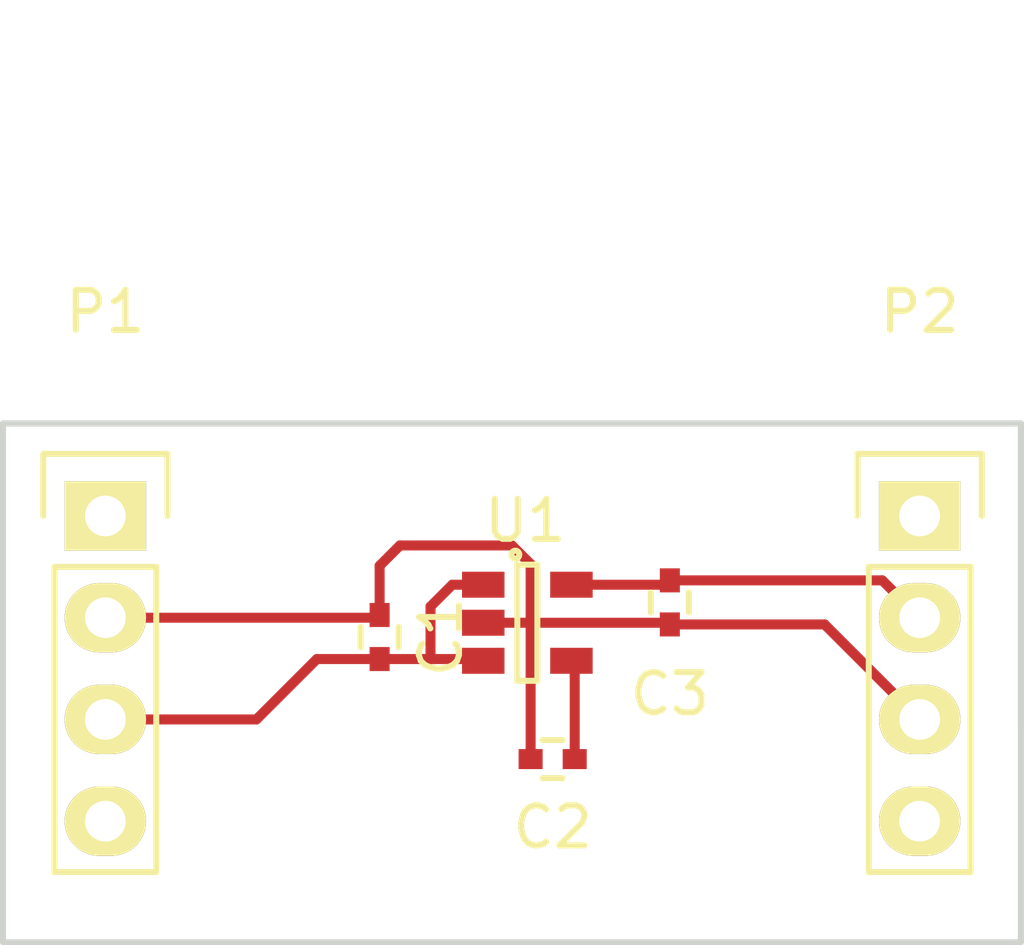
<source format=kicad_pcb>
(kicad_pcb (version 4) (host pcbnew 4.0.1-stable)

  (general
    (links 11)
    (no_connects 0)
    (area 149.530999 95.682999 175.085001 108.787001)
    (thickness 1.6)
    (drawings 8)
    (tracks 33)
    (zones 0)
    (modules 6)
    (nets 9)
  )

  (page A4)
  (layers
    (0 F.Cu signal)
    (31 B.Cu signal)
    (32 B.Adhes user)
    (33 F.Adhes user)
    (34 B.Paste user)
    (35 F.Paste user)
    (36 B.SilkS user)
    (37 F.SilkS user)
    (38 B.Mask user hide)
    (39 F.Mask user)
    (40 Dwgs.User user)
    (41 Cmts.User user)
    (42 Eco1.User user)
    (43 Eco2.User user hide)
    (44 Edge.Cuts user)
    (45 Margin user)
    (46 B.CrtYd user hide)
    (47 F.CrtYd user)
    (48 B.Fab user)
    (49 F.Fab user hide)
  )

  (setup
    (last_trace_width 0.25)
    (trace_clearance 0.2)
    (zone_clearance 0.508)
    (zone_45_only no)
    (trace_min 0.2)
    (segment_width 0.2)
    (edge_width 0.15)
    (via_size 0.6)
    (via_drill 0.4)
    (via_min_size 0.4)
    (via_min_drill 0.3)
    (uvia_size 0.3)
    (uvia_drill 0.1)
    (uvias_allowed no)
    (uvia_min_size 0.2)
    (uvia_min_drill 0.1)
    (pcb_text_width 0.3)
    (pcb_text_size 1.5 1.5)
    (mod_edge_width 0.15)
    (mod_text_size 1 1)
    (mod_text_width 0.15)
    (pad_size 2.032 1.7272)
    (pad_drill 1.016)
    (pad_to_mask_clearance 0.2)
    (aux_axis_origin 0 0)
    (visible_elements FFFFFF7F)
    (pcbplotparams
      (layerselection 0x00030_80000001)
      (usegerberextensions false)
      (excludeedgelayer true)
      (linewidth 0.100000)
      (plotframeref false)
      (viasonmask false)
      (mode 1)
      (useauxorigin false)
      (hpglpennumber 1)
      (hpglpenspeed 20)
      (hpglpendiameter 15)
      (hpglpenoverlay 2)
      (psnegative false)
      (psa4output false)
      (plotreference true)
      (plotvalue true)
      (plotinvisibletext false)
      (padsonsilk false)
      (subtractmaskfromsilk false)
      (outputformat 1)
      (mirror false)
      (drillshape 0)
      (scaleselection 1)
      (outputdirectory ""))
  )

  (net 0 "")
  (net 1 +5V)
  (net 2 Earth)
  (net 3 "Net-(C2-Pad1)")
  (net 4 +3V3)
  (net 5 "Net-(P1-Pad1)")
  (net 6 "Net-(P2-Pad1)")
  (net 7 "Net-(P1-Pad4)")
  (net 8 "Net-(P2-Pad4)")

  (net_class Default "This is the default net class."
    (clearance 0.2)
    (trace_width 0.25)
    (via_dia 0.6)
    (via_drill 0.4)
    (uvia_dia 0.3)
    (uvia_drill 0.1)
    (add_net +3V3)
    (add_net +5V)
    (add_net Earth)
    (add_net "Net-(C2-Pad1)")
    (add_net "Net-(P1-Pad1)")
    (add_net "Net-(P1-Pad4)")
    (add_net "Net-(P2-Pad1)")
    (add_net "Net-(P2-Pad4)")
  )

  (module Capacitors_SMD:C_0402 (layer F.Cu) (tedit 56EDBC8F) (tstamp 56EDB7C7)
    (at 163.322 104.14 180)
    (descr "Capacitor SMD 0402, reflow soldering, AVX (see smccp.pdf)")
    (tags "capacitor 0402")
    (path /56EDAB28)
    (attr smd)
    (fp_text reference C2 (at 0 -1.7 180) (layer F.SilkS)
      (effects (font (size 1 1) (thickness 0.15)))
    )
    (fp_text value 470pF (at 0 1.7 180) (layer F.Fab) hide
      (effects (font (size 1 1) (thickness 0.15)))
    )
    (fp_line (start -1.15 -0.6) (end 1.15 -0.6) (layer F.CrtYd) (width 0.05))
    (fp_line (start -1.15 0.6) (end 1.15 0.6) (layer F.CrtYd) (width 0.05))
    (fp_line (start -1.15 -0.6) (end -1.15 0.6) (layer F.CrtYd) (width 0.05))
    (fp_line (start 1.15 -0.6) (end 1.15 0.6) (layer F.CrtYd) (width 0.05))
    (fp_line (start 0.25 -0.475) (end -0.25 -0.475) (layer F.SilkS) (width 0.15))
    (fp_line (start -0.25 0.475) (end 0.25 0.475) (layer F.SilkS) (width 0.15))
    (pad 1 smd rect (at -0.55 0 180) (size 0.6 0.5) (layers F.Cu F.Paste F.Mask)
      (net 3 "Net-(C2-Pad1)"))
    (pad 2 smd rect (at 0.55 0 180) (size 0.6 0.5) (layers F.Cu F.Paste F.Mask)
      (net 2 Earth))
    (model Capacitors_SMD.3dshapes/C_0402.wrl
      (at (xyz 0 0 0))
      (scale (xyz 1 1 1))
      (rotate (xyz 0 0 0))
    )
  )

  (module Capacitors_SMD:C_0402 (layer F.Cu) (tedit 56EDC04E) (tstamp 56EDB7C1)
    (at 159.004 101.092 90)
    (descr "Capacitor SMD 0402, reflow soldering, AVX (see smccp.pdf)")
    (tags "capacitor 0402")
    (path /56EDABA1)
    (attr smd)
    (fp_text reference C1 (at 0 1.524 90) (layer F.SilkS)
      (effects (font (size 1 1) (thickness 0.15)))
    )
    (fp_text value 1uF (at 0 1.7 90) (layer F.Fab) hide
      (effects (font (size 1 1) (thickness 0.15)))
    )
    (fp_line (start -1.15 -0.6) (end 1.15 -0.6) (layer F.CrtYd) (width 0.05))
    (fp_line (start -1.15 0.6) (end 1.15 0.6) (layer F.CrtYd) (width 0.05))
    (fp_line (start -1.15 -0.6) (end -1.15 0.6) (layer F.CrtYd) (width 0.05))
    (fp_line (start 1.15 -0.6) (end 1.15 0.6) (layer F.CrtYd) (width 0.05))
    (fp_line (start 0.25 -0.475) (end -0.25 -0.475) (layer F.SilkS) (width 0.15))
    (fp_line (start -0.25 0.475) (end 0.25 0.475) (layer F.SilkS) (width 0.15))
    (pad 1 smd rect (at -0.55 0 90) (size 0.6 0.5) (layers F.Cu F.Paste F.Mask)
      (net 1 +5V))
    (pad 2 smd rect (at 0.55 0 90) (size 0.6 0.5) (layers F.Cu F.Paste F.Mask)
      (net 2 Earth))
    (model Capacitors_SMD.3dshapes/C_0402.wrl
      (at (xyz 0 0 0))
      (scale (xyz 1 1 1))
      (rotate (xyz 0 0 0))
    )
  )

  (module Capacitors_SMD:C_0402 (layer F.Cu) (tedit 56EDC048) (tstamp 56EDB7CD)
    (at 166.246 100.228 270)
    (descr "Capacitor SMD 0402, reflow soldering, AVX (see smccp.pdf)")
    (tags "capacitor 0402")
    (path /56EDABC2)
    (attr smd)
    (fp_text reference C3 (at 2.286 0 360) (layer F.SilkS)
      (effects (font (size 1 1) (thickness 0.15)))
    )
    (fp_text value 10uF (at 0 1.7 270) (layer F.Fab) hide
      (effects (font (size 1 1) (thickness 0.15)))
    )
    (fp_line (start -1.15 -0.6) (end 1.15 -0.6) (layer F.CrtYd) (width 0.05))
    (fp_line (start -1.15 0.6) (end 1.15 0.6) (layer F.CrtYd) (width 0.05))
    (fp_line (start -1.15 -0.6) (end -1.15 0.6) (layer F.CrtYd) (width 0.05))
    (fp_line (start 1.15 -0.6) (end 1.15 0.6) (layer F.CrtYd) (width 0.05))
    (fp_line (start 0.25 -0.475) (end -0.25 -0.475) (layer F.SilkS) (width 0.15))
    (fp_line (start -0.25 0.475) (end 0.25 0.475) (layer F.SilkS) (width 0.15))
    (pad 1 smd rect (at -0.55 0 270) (size 0.6 0.5) (layers F.Cu F.Paste F.Mask)
      (net 4 +3V3))
    (pad 2 smd rect (at 0.55 0 270) (size 0.6 0.5) (layers F.Cu F.Paste F.Mask)
      (net 2 Earth))
    (model Capacitors_SMD.3dshapes/C_0402.wrl
      (at (xyz 0 0 0))
      (scale (xyz 1 1 1))
      (rotate (xyz 0 0 0))
    )
  )

  (module TO_SOT_Packages_SMD:SOT-23-5 (layer F.Cu) (tedit 56EDBC8B) (tstamp 56EDB7E2)
    (at 162.69 100.736)
    (descr "5-pin SOT23 package")
    (tags SOT-23-5)
    (path /56EDAA97)
    (attr smd)
    (fp_text reference U1 (at -0.05 -2.55) (layer F.SilkS)
      (effects (font (size 1 1) (thickness 0.15)))
    )
    (fp_text value SPX3819M5-L-3-3 (at -0.05 2.35) (layer F.Fab) hide
      (effects (font (size 1 1) (thickness 0.15)))
    )
    (fp_line (start -1.8 -1.6) (end 1.8 -1.6) (layer F.CrtYd) (width 0.05))
    (fp_line (start 1.8 -1.6) (end 1.8 1.6) (layer F.CrtYd) (width 0.05))
    (fp_line (start 1.8 1.6) (end -1.8 1.6) (layer F.CrtYd) (width 0.05))
    (fp_line (start -1.8 1.6) (end -1.8 -1.6) (layer F.CrtYd) (width 0.05))
    (fp_circle (center -0.3 -1.7) (end -0.2 -1.7) (layer F.SilkS) (width 0.15))
    (fp_line (start 0.25 -1.45) (end -0.25 -1.45) (layer F.SilkS) (width 0.15))
    (fp_line (start 0.25 1.45) (end 0.25 -1.45) (layer F.SilkS) (width 0.15))
    (fp_line (start -0.25 1.45) (end 0.25 1.45) (layer F.SilkS) (width 0.15))
    (fp_line (start -0.25 -1.45) (end -0.25 1.45) (layer F.SilkS) (width 0.15))
    (pad 1 smd rect (at -1.1 -0.95) (size 1.06 0.65) (layers F.Cu F.Paste F.Mask)
      (net 1 +5V))
    (pad 2 smd rect (at -1.1 0) (size 1.06 0.65) (layers F.Cu F.Paste F.Mask)
      (net 2 Earth))
    (pad 3 smd rect (at -1.1 0.95) (size 1.06 0.65) (layers F.Cu F.Paste F.Mask)
      (net 1 +5V))
    (pad 4 smd rect (at 1.1 0.95) (size 1.06 0.65) (layers F.Cu F.Paste F.Mask)
      (net 3 "Net-(C2-Pad1)"))
    (pad 5 smd rect (at 1.1 -0.95) (size 1.06 0.65) (layers F.Cu F.Paste F.Mask)
      (net 4 +3V3))
    (model TO_SOT_Packages_SMD.3dshapes/SOT-23-5.wrl
      (at (xyz 0 0 0))
      (scale (xyz 1 1 1))
      (rotate (xyz 0 0 0))
    )
  )

  (module Pin_Headers:Pin_Header_Straight_1x04 (layer F.Cu) (tedit 56EEBDE3) (tstamp 56EEB8CB)
    (at 152.16 98.07)
    (descr "Through hole pin header")
    (tags "pin header")
    (path /56EEB850)
    (fp_text reference P1 (at 0 -5.1) (layer F.SilkS)
      (effects (font (size 1 1) (thickness 0.15)))
    )
    (fp_text value CONN_IN_5V (at 0 -3.1) (layer F.Fab)
      (effects (font (size 1 1) (thickness 0.15)))
    )
    (fp_line (start -1.75 -1.75) (end -1.75 9.4) (layer F.CrtYd) (width 0.05))
    (fp_line (start 1.75 -1.75) (end 1.75 9.4) (layer F.CrtYd) (width 0.05))
    (fp_line (start -1.75 -1.75) (end 1.75 -1.75) (layer F.CrtYd) (width 0.05))
    (fp_line (start -1.75 9.4) (end 1.75 9.4) (layer F.CrtYd) (width 0.05))
    (fp_line (start -1.27 1.27) (end -1.27 8.89) (layer F.SilkS) (width 0.15))
    (fp_line (start 1.27 1.27) (end 1.27 8.89) (layer F.SilkS) (width 0.15))
    (fp_line (start 1.55 -1.55) (end 1.55 0) (layer F.SilkS) (width 0.15))
    (fp_line (start -1.27 8.89) (end 1.27 8.89) (layer F.SilkS) (width 0.15))
    (fp_line (start 1.27 1.27) (end -1.27 1.27) (layer F.SilkS) (width 0.15))
    (fp_line (start -1.55 0) (end -1.55 -1.55) (layer F.SilkS) (width 0.15))
    (fp_line (start -1.55 -1.55) (end 1.55 -1.55) (layer F.SilkS) (width 0.15))
    (pad 1 thru_hole rect (at 0 0) (size 2.032 1.7272) (drill 1.016) (layers *.Cu *.Mask F.SilkS)
      (net 5 "Net-(P1-Pad1)"))
    (pad 2 thru_hole oval (at 0 2.54) (size 2.032 1.7272) (drill 1.016) (layers *.Cu *.Mask F.SilkS)
      (net 2 Earth))
    (pad 3 thru_hole oval (at 0 5.08) (size 2.032 1.7272) (drill 1.016) (layers *.Cu *.Mask F.SilkS)
      (net 1 +5V))
    (pad 4 thru_hole oval (at 0 7.62) (size 2.032 1.7272) (drill 1.016) (layers *.Cu *.Mask F.SilkS)
      (net 7 "Net-(P1-Pad4)"))
    (model Pin_Headers.3dshapes/Pin_Header_Straight_1x04.wrl
      (at (xyz 0 -0.15 0))
      (scale (xyz 1 1 1))
      (rotate (xyz 0 180 90))
    )
  )

  (module Pin_Headers:Pin_Header_Straight_1x04 (layer F.Cu) (tedit 0) (tstamp 56EEB8D3)
    (at 172.48 98.07)
    (descr "Through hole pin header")
    (tags "pin header")
    (path /56EEB8DE)
    (fp_text reference P2 (at 0 -5.1) (layer F.SilkS)
      (effects (font (size 1 1) (thickness 0.15)))
    )
    (fp_text value CONN_OUT_3V3 (at 0 -3.1) (layer F.Fab)
      (effects (font (size 1 1) (thickness 0.15)))
    )
    (fp_line (start -1.75 -1.75) (end -1.75 9.4) (layer F.CrtYd) (width 0.05))
    (fp_line (start 1.75 -1.75) (end 1.75 9.4) (layer F.CrtYd) (width 0.05))
    (fp_line (start -1.75 -1.75) (end 1.75 -1.75) (layer F.CrtYd) (width 0.05))
    (fp_line (start -1.75 9.4) (end 1.75 9.4) (layer F.CrtYd) (width 0.05))
    (fp_line (start -1.27 1.27) (end -1.27 8.89) (layer F.SilkS) (width 0.15))
    (fp_line (start 1.27 1.27) (end 1.27 8.89) (layer F.SilkS) (width 0.15))
    (fp_line (start 1.55 -1.55) (end 1.55 0) (layer F.SilkS) (width 0.15))
    (fp_line (start -1.27 8.89) (end 1.27 8.89) (layer F.SilkS) (width 0.15))
    (fp_line (start 1.27 1.27) (end -1.27 1.27) (layer F.SilkS) (width 0.15))
    (fp_line (start -1.55 0) (end -1.55 -1.55) (layer F.SilkS) (width 0.15))
    (fp_line (start -1.55 -1.55) (end 1.55 -1.55) (layer F.SilkS) (width 0.15))
    (pad 1 thru_hole rect (at 0 0) (size 2.032 1.7272) (drill 1.016) (layers *.Cu *.Mask F.SilkS)
      (net 6 "Net-(P2-Pad1)"))
    (pad 2 thru_hole oval (at 0 2.54) (size 2.032 1.7272) (drill 1.016) (layers *.Cu *.Mask F.SilkS)
      (net 4 +3V3))
    (pad 3 thru_hole oval (at 0 5.08) (size 2.032 1.7272) (drill 1.016) (layers *.Cu *.Mask F.SilkS)
      (net 2 Earth))
    (pad 4 thru_hole oval (at 0 7.62) (size 2.032 1.7272) (drill 1.016) (layers *.Cu *.Mask F.SilkS)
      (net 8 "Net-(P2-Pad4)"))
    (model Pin_Headers.3dshapes/Pin_Header_Straight_1x04.wrl
      (at (xyz 0 -0.15 0))
      (scale (xyz 1 1 1))
      (rotate (xyz 0 180 90))
    )
  )

  (gr_line (start 175.01 103.37) (end 175.01 95.76) (angle 90) (layer Edge.Cuts) (width 0.15))
  (gr_line (start 149.606 95.758) (end 149.606 103.378) (angle 90) (layer Edge.Cuts) (width 0.15))
  (gr_line (start 175.006 95.758) (end 149.606 95.758) (angle 90) (layer Edge.Cuts) (width 0.15))
  (gr_line (start 175.006 108.712) (end 175.006 95.758) (angle 90) (layer Edge.Cuts) (width 0.15))
  (gr_line (start 149.606 108.712) (end 175.006 108.712) (angle 90) (layer Edge.Cuts) (width 0.15))
  (gr_line (start 149.606 103.378) (end 149.606 108.712) (angle 90) (layer Edge.Cuts) (width 0.15))
  (gr_line (start 175.01 95.76) (end 149.64 95.76) (angle 90) (layer Edge.Cuts) (width 0.15))
  (dimension 20.32 (width 0.3) (layer Dwgs.User)
    (gr_text "20.320 mm" (at 162.306 87.042) (layer Dwgs.User)
      (effects (font (size 1.5 1.5) (thickness 0.3)))
    )
    (feature1 (pts (xy 172.466 98.298) (xy 172.466 85.692)))
    (feature2 (pts (xy 152.146 98.298) (xy 152.146 85.692)))
    (crossbar (pts (xy 152.146 88.392) (xy 172.466 88.392)))
    (arrow1a (pts (xy 172.466 88.392) (xy 171.339496 88.978421)))
    (arrow1b (pts (xy 172.466 88.392) (xy 171.339496 87.805579)))
    (arrow2a (pts (xy 152.146 88.392) (xy 153.272504 88.978421)))
    (arrow2b (pts (xy 152.146 88.392) (xy 153.272504 87.805579)))
  )

  (segment (start 161.59 99.786) (end 160.818 99.786) (width 0.25) (layer F.Cu) (net 1))
  (segment (start 160.274 100.33) (end 160.274 101.642) (width 0.25) (layer F.Cu) (net 1) (tstamp 56EEBE52))
  (segment (start 160.818 99.786) (end 160.274 100.33) (width 0.25) (layer F.Cu) (net 1) (tstamp 56EEBE4D))
  (segment (start 159.004 101.642) (end 160.274 101.642) (width 0.25) (layer F.Cu) (net 1))
  (segment (start 160.274 101.642) (end 161.546 101.642) (width 0.25) (layer F.Cu) (net 1) (tstamp 56EEBE56))
  (segment (start 161.546 101.642) (end 161.59 101.686) (width 0.25) (layer F.Cu) (net 1) (tstamp 56EEBE47))
  (segment (start 152.16 103.15) (end 155.93 103.15) (width 0.25) (layer F.Cu) (net 1))
  (segment (start 157.438 101.642) (end 159.004 101.642) (width 0.25) (layer F.Cu) (net 1) (tstamp 56EEBE3A))
  (segment (start 155.93 103.15) (end 157.438 101.642) (width 0.25) (layer F.Cu) (net 1) (tstamp 56EEBE34))
  (segment (start 162.772 100.838) (end 162.772 99.272) (width 0.25) (layer F.Cu) (net 2))
  (segment (start 159.004 99.314) (end 159.004 100.542) (width 0.25) (layer F.Cu) (net 2) (tstamp 56EEBEBB))
  (segment (start 159.512 98.806) (end 159.004 99.314) (width 0.25) (layer F.Cu) (net 2) (tstamp 56EEBEBA))
  (segment (start 162.306 98.806) (end 159.512 98.806) (width 0.25) (layer F.Cu) (net 2) (tstamp 56EEBEB9))
  (segment (start 162.772 99.272) (end 162.306 98.806) (width 0.25) (layer F.Cu) (net 2) (tstamp 56EEBEB8))
  (segment (start 162.772 104.14) (end 162.772 100.838) (width 0.25) (layer F.Cu) (net 2))
  (segment (start 162.772 100.838) (end 162.772 100.736) (width 0.25) (layer F.Cu) (net 2) (tstamp 56EEBEB6))
  (segment (start 162.772 100.736) (end 162.814 100.736) (width 0.25) (layer F.Cu) (net 2) (tstamp 56EEBEB3))
  (segment (start 152.16 100.61) (end 158.936 100.61) (width 0.25) (layer F.Cu) (net 2))
  (segment (start 158.936 100.61) (end 159.004 100.542) (width 0.25) (layer F.Cu) (net 2) (tstamp 56EEBE30))
  (segment (start 166.246 100.778) (end 170.108 100.778) (width 0.25) (layer F.Cu) (net 2))
  (segment (start 170.108 100.778) (end 172.48 103.15) (width 0.25) (layer F.Cu) (net 2) (tstamp 56EEBBF0))
  (segment (start 161.59 100.736) (end 162.814 100.736) (width 0.25) (layer F.Cu) (net 2))
  (segment (start 162.814 100.736) (end 166.204 100.736) (width 0.25) (layer F.Cu) (net 2) (tstamp 56EEBBAB))
  (segment (start 166.204 100.736) (end 166.246 100.778) (width 0.25) (layer F.Cu) (net 2) (tstamp 56EEBB95))
  (segment (start 163.872 104.14) (end 163.872 101.768) (width 0.25) (layer F.Cu) (net 3))
  (segment (start 163.872 101.768) (end 163.79 101.686) (width 0.25) (layer F.Cu) (net 3) (tstamp 56EEBEB0))
  (segment (start 166.246 99.678) (end 171.548 99.678) (width 0.25) (layer F.Cu) (net 4))
  (segment (start 171.548 99.678) (end 172.48 100.61) (width 0.25) (layer F.Cu) (net 4) (tstamp 56EEBBEA))
  (segment (start 163.79 99.786) (end 166.138 99.786) (width 0.25) (layer F.Cu) (net 4))
  (segment (start 166.138 99.786) (end 166.246 99.678) (width 0.25) (layer F.Cu) (net 4) (tstamp 56EEBBCD))
  (segment (start 172.468 100.838) (end 172.47 100.84) (width 0.25) (layer F.Cu) (net 4) (tstamp 56EDD777))
  (segment (start 152.146 98.298) (end 152.146 97.79) (width 0.25) (layer F.Cu) (net 5))
  (segment (start 172.468 98.298) (end 172.47 98.3) (width 0.25) (layer F.Cu) (net 6) (tstamp 56EDD773))

)

</source>
